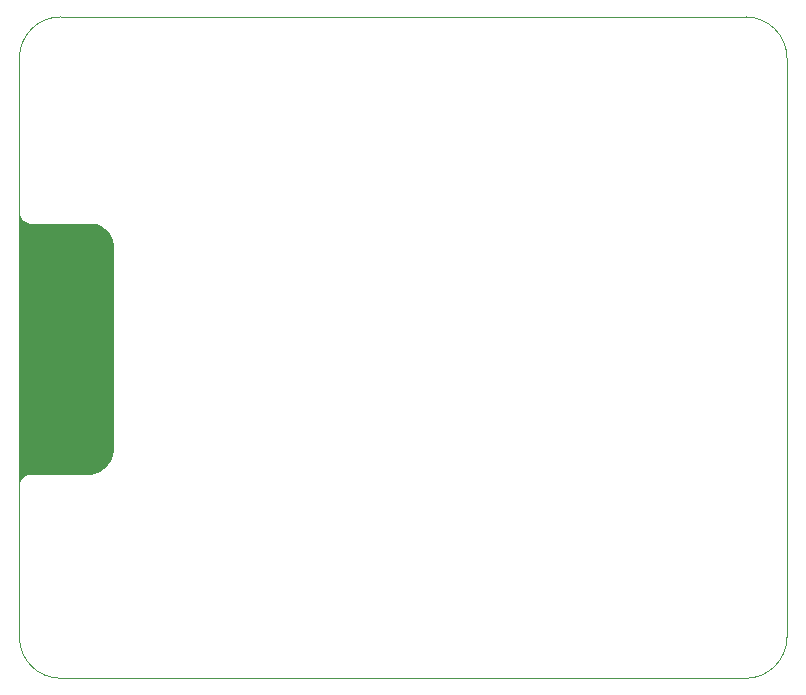
<source format=gbr>
%TF.GenerationSoftware,Altium Limited,Altium Designer,23.10.1 (27)*%
G04 Layer_Color=0*
%FSLAX45Y45*%
%MOMM*%
%TF.SameCoordinates,4109F3B7-FE55-4884-923A-908B48AE38E2*%
%TF.FilePolarity,Positive*%
%TF.FileFunction,Profile,NP*%
%TF.Part,Single*%
G01*
G75*
%TA.AperFunction,Profile*%
%ADD29C,0.02540*%
G36*
X1650001Y3275003D02*
X1649999Y5599997D01*
X1650481Y5590196D01*
X1654305Y5570969D01*
X1661807Y5552858D01*
X1672698Y5536559D01*
X1686560Y5522697D01*
X1702859Y5511807D01*
X1720970Y5504305D01*
X1740197Y5500481D01*
X1749999Y5500000D01*
X1749999D01*
X2250000D01*
X2269698D01*
X2308338Y5492314D01*
X2344735Y5477237D01*
X2377492Y5455350D01*
X2405350Y5427492D01*
X2427237Y5394735D01*
X2442314Y5358338D01*
X2450000Y5319698D01*
Y5300000D01*
D01*
X2449999Y3600000D01*
X2450000Y3577839D01*
X2441355Y3534369D01*
X2424395Y3493420D01*
X2399771Y3456568D01*
X2368431Y3425228D01*
X2331579Y3400605D01*
X2290631Y3383644D01*
X2247160Y3374999D01*
X2225000Y3375000D01*
X2225000D01*
X1750000Y3374999D01*
X1740198Y3374518D01*
X1720971Y3370695D01*
X1702860Y3363193D01*
X1686561Y3352303D01*
X1672699Y3338441D01*
X1661808Y3322142D01*
X1654306Y3304030D01*
X1650482Y3284804D01*
X1650001Y3275002D01*
Y3275003D01*
D02*
G37*
D29*
X1650000Y2000000D02*
G03*
X2000000Y1650000I350000J0D01*
G01*
X7800000D01*
D02*
G03*
X8149200Y2000000I-400J349600D01*
G01*
Y6900000D01*
D02*
G03*
X7800000Y7250000I-349600J400D01*
G01*
X2000000D01*
D02*
G03*
X1650000Y6900000I0J-350000D01*
G01*
X1650000D01*
Y2000000D01*
%TF.MD5,aa740bb07df2883add77de49f327473b*%
M02*

</source>
